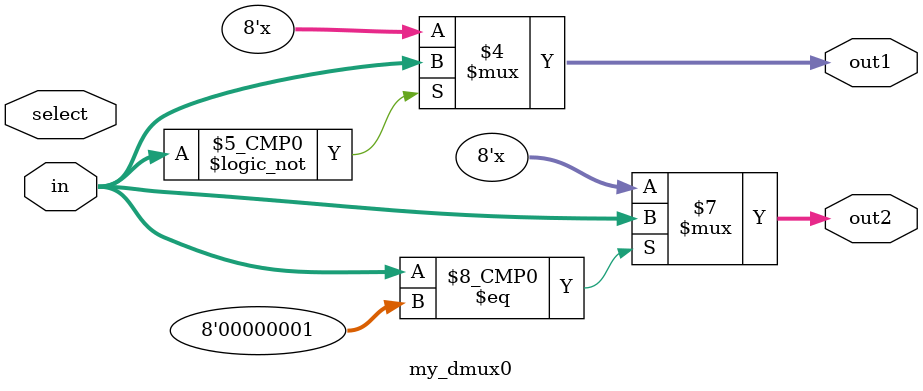
<source format=v>
module my_dmux0(
  input wire [7:0]in,
  input wire select,
  output reg [7:0]out1,
  output reg [7:0]out2
);

always @(select)
begin
  case( in )
   0:
	out1 = in;
   1:
	out2 = in;
  endcase
end

endmodule
</source>
